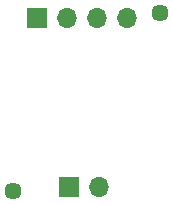
<source format=gbr>
%TF.GenerationSoftware,KiCad,Pcbnew,7.0.0-da2b9df05c~163~ubuntu20.04.1*%
%TF.CreationDate,2023-06-08T13:28:59+01:00*%
%TF.ProjectId,h_bridge,685f6272-6964-4676-952e-6b696361645f,rev?*%
%TF.SameCoordinates,Original*%
%TF.FileFunction,Soldermask,Bot*%
%TF.FilePolarity,Negative*%
%FSLAX46Y46*%
G04 Gerber Fmt 4.6, Leading zero omitted, Abs format (unit mm)*
G04 Created by KiCad (PCBNEW 7.0.0-da2b9df05c~163~ubuntu20.04.1) date 2023-06-08 13:28:59*
%MOMM*%
%LPD*%
G01*
G04 APERTURE LIST*
%ADD10R,1.700000X1.700000*%
%ADD11O,1.700000X1.700000*%
%ADD12C,1.448000*%
G04 APERTURE END LIST*
D10*
%TO.C,M1*%
X98805999Y-59689999D03*
D11*
X101345999Y-59689999D03*
%TD*%
D12*
%TO.C,REF\u002A\u002A*%
X94000000Y-60000000D03*
%TD*%
%TO.C,REF\u002A\u002A*%
X106500000Y-45000000D03*
%TD*%
D10*
%TO.C,J1*%
X96049999Y-45409999D03*
D11*
X98589999Y-45409999D03*
X101129999Y-45409999D03*
X103669999Y-45409999D03*
%TD*%
M02*

</source>
